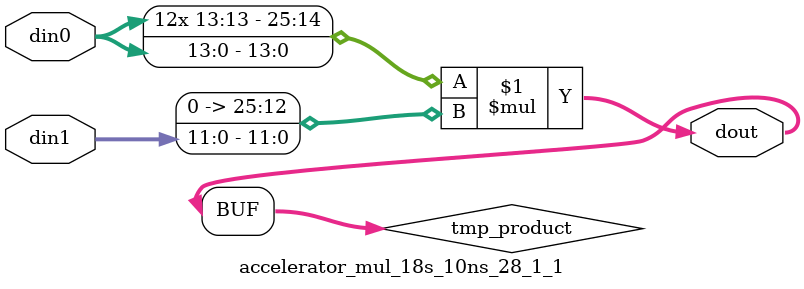
<source format=v>

`timescale 1 ns / 1 ps

 module accelerator_mul_18s_10ns_28_1_1(din0, din1, dout);
parameter ID = 1;
parameter NUM_STAGE = 0;
parameter din0_WIDTH = 14;
parameter din1_WIDTH = 12;
parameter dout_WIDTH = 26;

input [din0_WIDTH - 1 : 0] din0; 
input [din1_WIDTH - 1 : 0] din1; 
output [dout_WIDTH - 1 : 0] dout;

wire signed [dout_WIDTH - 1 : 0] tmp_product;


























assign tmp_product = $signed(din0) * $signed({1'b0, din1});









assign dout = tmp_product;





















endmodule

</source>
